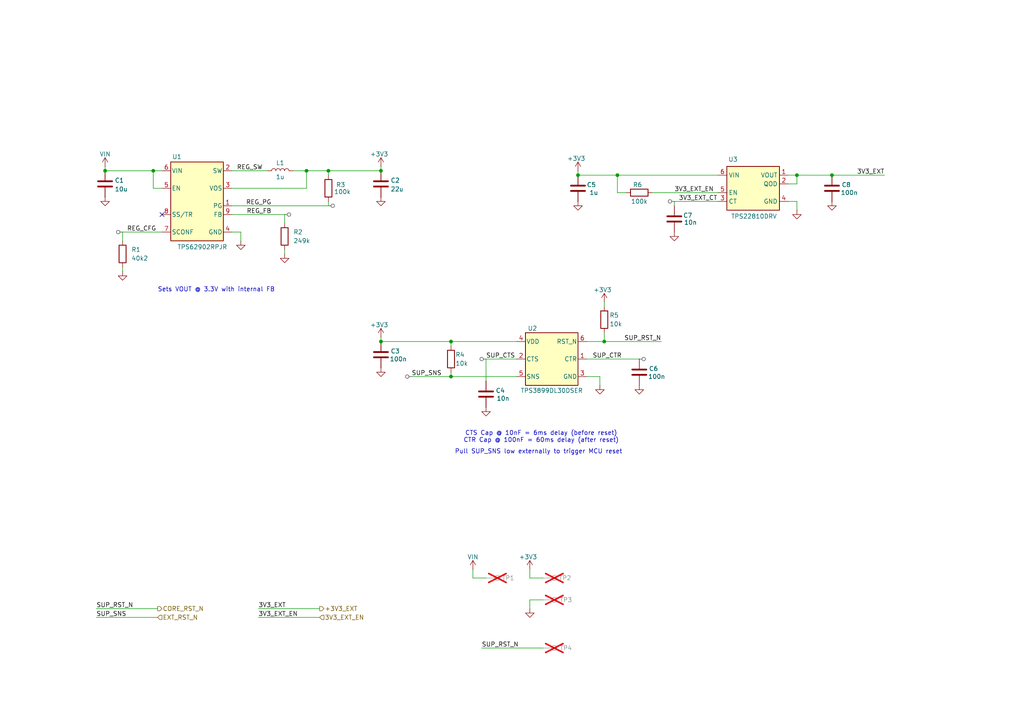
<source format=kicad_sch>
(kicad_sch (version 20250114) (generator "eeschema") (generator_version "9.0")
  (paper "A4")
  (lib_symbols
    (symbol "Device:C" (pin_numbers (hide yes)) (pin_names (offset 0.254))
      (property "Reference" "C" (at 0.635 2.54 0))
      (property "Value" "C" (at 0.635 -2.54 0))
      (symbol "C_0_1"
        (polyline (pts (xy -2.032 0.762) (xy 2.032 0.762)) (stroke (width 0.508)))
        (polyline (pts (xy -2.032 -0.762) (xy 2.032 -0.762)) (stroke (width 0.508)))
      )
      (symbol "C_1_1"
        (pin passive line (at 0 3.81 270) (length 2.794) (name "~") (number "1"))
        (pin passive line (at 0 -3.81 90) (length 2.794) (name "~") (number "2"))
      )
    )
    (symbol "Device:R" (pin_numbers (hide yes)) (pin_names (offset 0))
      (property "Reference" "R" (at 2.032 0 90))
      (property "Value" "R" (at 0 0 90))
      (symbol "R_0_1"
        (rectangle (start -1.016 -2.54) (end 1.016 2.54) (stroke (width 0.254)))
      )
      (symbol "R_1_1"
        (pin passive line (at 0 3.81 270) (length 1.27) (name "~") (number "1"))
        (pin passive line (at 0 -3.81 90) (length 1.27) (name "~") (number "2"))
      )
    )
    (symbol "ModLib:+3V3" (power) (pin_numbers (hide yes)) (pin_names (offset 0) (hide yes))
      (property "Value" "+3V3" (at -0.508 3.556 0))
      (symbol "+3V3_0_1"
        (polyline (pts (xy -0.762 1.27) (xy 0 2.54)))
        (polyline (pts (xy 0 2.54) (xy 0.762 1.27)))
        (polyline (pts (xy 0 0) (xy 0 2.54)))
      )
      (symbol "+3V3_1_1"
        (pin power_in line (at 0 0 90) (length 0) (name "~") (number "1"))
      )
    )
    (symbol "ModLib:GND" (power) (pin_numbers (hide yes)) (pin_names (offset 0) (hide yes))
      (symbol "GND_0_1"
        (polyline (pts (xy 0 0) (xy 0 -1.27) (xy 1.27 -1.27) (xy 0 -2.54) (xy -1.27 -1.27) (xy 0 -1.27)))
      )
      (symbol "GND_1_1"
        (pin power_in line (at 0 0 270) (length 0) (name "~") (number "1"))
      )
    )
    (symbol "ModWorksSymbols:74479276210C" (pin_numbers (hide yes)) (pin_names (offset 1.016) (hide yes))
      (property "Reference" "L" (at -1.27 0 90))
      (property "Value" "1u" (at 1.905 0 90))
      (symbol "74479276210C_0_1"
        (arc (start 0 2.54) (mid 0.6323 1.905) (end 0 1.27))
        (arc (start 0 1.27) (mid 0.6323 0.635) (end 0 0))
        (arc (start 0 0) (mid 0.6323 -0.635) (end 0 -1.27))
        (arc (start 0 -1.27) (mid 0.6323 -1.905) (end 0 -2.54))
      )
      (symbol "74479276210C_1_1"
        (pin passive line (at 0 3.81 270) (length 1.27) (name "1") (number "1"))
        (pin passive line (at 0 -3.81 90) (length 1.27) (name "2") (number "2"))
      )
    )
    (symbol "ModWorksSymbols:TPS22810DRV"
      (property "Reference" "U" (at -6.35 6.35 0))
      (property "Value" "TPS22810DRV" (at -0.254 -9.398 0))
      (symbol "TPS22810DRV_1_1"
        (rectangle (start -7.62 5.08) (end 7.62 -7.62) (stroke (width 0.254)) (fill (type background)))
        (pin power_in line (at -10.16 2.54 0) (length 2.54) (name "VIN") (number "6"))
        (pin input line (at -10.16 -2.54 0) (length 2.54) (name "EN") (number "5"))
        (pin output line (at -10.16 -5.08 0) (length 2.54) (name "CT") (number "3"))
        (pin power_out line (at 10.16 2.54 180) (length 2.54) (name "VOUT") (number "1"))
        (pin open_collector line (at 10.16 0 180) (length 2.54) (name "QOD") (number "2"))
        (pin power_in line (at 10.16 -5.08 180) (length 2.54) (name "GND") (number "4"))
        (pin passive line (at 10.16 -5.08 180) (length 2.54) (hide yes) (name "GND") (number "7"))
      )
    )
    (symbol "ModWorksSymbols:TPS3899DL30DSER" (pin_names (offset 0.254))
      (property "Reference" "U" (at -5.588 10.414 0))
      (property "Value" "TPS3899DL30DSER" (at 0.762 -8.128 0))
      (symbol "TPS3899DL30DSER_0_1"
        (pin power_in line (at -10.16 6.35 0) (length 2.54) (name "VDD") (number "4"))
        (pin unspecified line (at -10.16 1.27 0) (length 2.54) (name "CTS") (number "2"))
        (pin unspecified line (at 10.16 1.27 180) (length 2.54) (name "CTR") (number "1"))
        (pin power_in line (at 10.16 -3.81 180) (length 2.54) (name "GND") (number "3"))
      )
      (symbol "TPS3899DL30DSER_1_1"
        (rectangle (start -7.62 8.89) (end 7.62 -6.35) (stroke (width 0.25)) (fill (type background)))
        (pin unspecified line (at -10.16 -3.81 0) (length 2.54) (name "SNS") (number "5"))
        (pin open_collector line (at 10.16 6.35 180) (length 2.54) (name "RST_N") (number "6"))
      )
    )
    (symbol "ModWorksSymbols:TPS62902RPJR" (pin_names (offset 0.254))
      (property "Reference" "U" (at -6.096 12.954 0))
      (property "Value" "TPS62902RPJR" (at 9.398 -13.97 0))
      (symbol "TPS62902RPJR_0_1"
        (pin input line (at -10.16 8.89 0) (length 2.54) (name "VIN") (number "6"))
        (pin input line (at -10.16 3.81 0) (length 2.54) (name "EN") (number "5"))
        (pin input line (at -10.16 -3.81 0) (length 2.54) (name "SS/TR") (number "8"))
        (pin power_out line (at 10.16 8.89 180) (length 2.54) (name "SW") (number "2"))
        (pin input line (at 10.16 3.81 180) (length 2.54) (name "VOS") (number "3"))
        (pin output line (at 10.16 -1.27 180) (length 2.54) (name "PG") (number "1"))
        (pin power_out line (at 10.16 -8.89 180) (length 2.54) (name "GND") (number "4"))
      )
      (symbol "TPS62902RPJR_1_1"
        (rectangle (start -7.62 11.43) (end 7.62 -11.43) (stroke (width 0.25)) (fill (type background)))
        (pin input line (at -10.16 -8.89 0) (length 2.54) (name "SCONF") (number "7"))
        (pin input line (at 10.16 -3.81 180) (length 2.54) (name "FB") (number "9"))
      )
    )
    (symbol "ModWorksSymbols:TestPointPad" (pin_numbers (hide yes)) (pin_names (offset 0.762) (hide yes))
      (property "Reference" "TP" (at 0 6.858 0))
      (property "Value" "TestPointPad" (at 0 5.08 0))
      (symbol "TestPointPad_0_1"
        (circle (center 0 3.302) (radius 0.762))
      )
      (symbol "TestPointPad_1_1"
        (pin passive line (at 0 0 90) (length 2.54) (name "1") (number "1"))
      )
    )
  )
  (text "Pull SUP_SNS low externally to trigger MCU reset" (at 156.21 131.064 0) (effects (font (size 1.27 1.27))))
  (text "CTR Cap @ 100nF = 60ms delay (after reset)\n" (at 156.972 127.762 0) (effects (font (size 1.27 1.27))))
  (text "CTS Cap @ 10nF = 6ms delay (before reset)\n" (at 156.972 125.73 0) (effects (font (size 1.27 1.27))))
  (text "Sets VOUT @ 3.3V with internal FB" (at 62.738 84.074 0) (effects (font (size 1.27 1.27))))
  (junction (at 44.45 49.53))
  (junction (at 88.9 49.53))
  (junction (at 30.48 49.53))
  (junction (at 110.49 99.06))
  (junction (at 175.26 99.06))
  (junction (at 130.81 99.06))
  (junction (at 179.07 50.8))
  (junction (at 231.14 50.8))
  (junction (at 110.49 49.53))
  (junction (at 241.3 50.8))
  (junction (at 167.64 50.8))
  (junction (at 95.25 49.53))
  (junction (at 130.81 109.22))
  (no_connect (at 46.99 62.23))
  (wire (pts (xy 88.9 49.53) (xy 95.25 49.53)))
  (wire (pts (xy 170.18 109.22) (xy 173.99 109.22)))
  (wire (pts (xy 69.85 67.31) (xy 69.85 69.85)))
  (wire (pts (xy 137.16 165.1) (xy 137.16 167.64)))
  (wire (pts (xy 30.48 48.26) (xy 30.48 49.53)))
  (wire (pts (xy 179.07 50.8) (xy 179.07 55.88)))
  (wire (pts (xy 130.81 99.06) (xy 130.81 100.33)))
  (wire (pts (xy 153.67 167.64) (xy 157.48 167.64)))
  (wire (pts (xy 173.99 109.22) (xy 173.99 111.76)))
  (wire (pts (xy 130.81 109.22) (xy 130.81 107.95)))
  (wire (pts (xy 153.67 165.1) (xy 153.67 167.64)))
  (wire (pts (xy 167.64 50.8) (xy 179.07 50.8)))
  (wire (pts (xy 175.26 99.06) (xy 191.77 99.06)))
  (wire (pts (xy 27.94 176.53) (xy 45.72 176.53)))
  (wire (pts (xy 119.38 109.22) (xy 130.81 109.22)))
  (wire (pts (xy 231.14 50.8) (xy 241.3 50.8)))
  (wire (pts (xy 95.25 59.69) (xy 95.25 58.42)))
  (wire (pts (xy 167.64 49.53) (xy 167.64 50.8)))
  (wire (pts (xy 231.14 50.8) (xy 231.14 53.34)))
  (wire (pts (xy 170.18 104.14) (xy 185.42 104.14)))
  (wire (pts (xy 153.67 173.99) (xy 153.67 176.53)))
  (wire (pts (xy 67.31 59.69) (xy 95.25 59.69)))
  (wire (pts (xy 44.45 49.53) (xy 46.99 49.53)))
  (wire (pts (xy 130.81 109.22) (xy 149.86 109.22)))
  (wire (pts (xy 95.25 49.53) (xy 110.49 49.53)))
  (wire (pts (xy 110.49 97.79) (xy 110.49 99.06)))
  (wire (pts (xy 46.99 54.61) (xy 44.45 54.61)))
  (wire (pts (xy 228.6 58.42) (xy 231.14 58.42)))
  (wire (pts (xy 35.56 78.74) (xy 35.56 77.47)))
  (wire (pts (xy 140.97 110.49) (xy 140.97 104.14)))
  (wire (pts (xy 67.31 54.61) (xy 88.9 54.61)))
  (wire (pts (xy 35.56 67.31) (xy 35.56 69.85)))
  (wire (pts (xy 139.7 187.96) (xy 157.48 187.96)))
  (wire (pts (xy 67.31 67.31) (xy 69.85 67.31)))
  (wire (pts (xy 110.49 99.06) (xy 130.81 99.06)))
  (wire (pts (xy 95.25 49.53) (xy 95.25 50.8)))
  (wire (pts (xy 175.26 87.63) (xy 175.26 88.9)))
  (wire (pts (xy 35.56 67.31) (xy 46.99 67.31)))
  (wire (pts (xy 195.58 59.69) (xy 195.58 58.42)))
  (wire (pts (xy 44.45 49.53) (xy 44.45 54.61)))
  (wire (pts (xy 189.23 55.88) (xy 208.28 55.88)))
  (wire (pts (xy 181.61 55.88) (xy 179.07 55.88)))
  (wire (pts (xy 170.18 99.06) (xy 175.26 99.06)))
  (wire (pts (xy 82.55 64.77) (xy 82.55 62.23)))
  (wire (pts (xy 130.81 99.06) (xy 149.86 99.06)))
  (wire (pts (xy 137.16 167.64) (xy 140.97 167.64)))
  (wire (pts (xy 67.31 62.23) (xy 82.55 62.23)))
  (wire (pts (xy 153.67 173.99) (xy 157.48 173.99)))
  (wire (pts (xy 67.31 49.53) (xy 77.47 49.53)))
  (wire (pts (xy 74.93 176.53) (xy 92.71 176.53)))
  (wire (pts (xy 140.97 104.14) (xy 149.86 104.14)))
  (wire (pts (xy 27.94 179.07) (xy 45.72 179.07)))
  (wire (pts (xy 228.6 53.34) (xy 231.14 53.34)))
  (wire (pts (xy 30.48 49.53) (xy 44.45 49.53)))
  (wire (pts (xy 85.09 49.53) (xy 88.9 49.53)))
  (wire (pts (xy 195.58 58.42) (xy 208.28 58.42)))
  (wire (pts (xy 175.26 96.52) (xy 175.26 99.06)))
  (wire (pts (xy 74.93 179.07) (xy 92.71 179.07)))
  (wire (pts (xy 110.49 48.26) (xy 110.49 49.53)))
  (wire (pts (xy 88.9 54.61) (xy 88.9 49.53)))
  (wire (pts (xy 179.07 50.8) (xy 208.28 50.8)))
  (wire (pts (xy 241.3 50.8) (xy 256.54 50.8)))
  (wire (pts (xy 82.55 73.66) (xy 82.55 72.39)))
  (wire (pts (xy 228.6 50.8) (xy 231.14 50.8)))
  (wire (pts (xy 231.14 60.96) (xy 231.14 58.42)))
  (label "3V3_EXT" (at 74.93 176.53 0))
  (label "3V3_EXT" (at 256.54 50.8 180))
  (label "REG_CFG" (at 36.83 67.31 0))
  (label "SUP_SNS" (at 27.94 179.07 0))
  (label "SUP_CTR" (at 180.34 104.14 180))
  (label "SUP_RST_N" (at 139.7 187.96 0))
  (label "SUP_SNS" (at 119.38 109.22 0))
  (label "REG_PG" (at 78.74 59.69 180))
  (label "REG_SW" (at 76.2 49.53 180))
  (label "3V3_EXT_EN" (at 195.58 55.88 0))
  (label "SUP_RST_N" (at 191.77 99.06 180))
  (label "REG_FB" (at 78.74 62.23 180))
  (label "SUP_RST_N" (at 27.94 176.53 0))
  (label "SUP_CTS" (at 140.97 104.14 0))
  (label "3V3_EXT_CT" (at 196.85 58.42 0))
  (label "3V3_EXT_EN" (at 74.93 179.07 0))
  (hierarchical_label "EXT_RST_N" (shape input) (at 45.72 179.07 0))
  (hierarchical_label "CORE_RST_N" (shape output) (at 45.72 176.53 0))
  (hierarchical_label "+3V3_EXT" (shape output) (at 92.71 176.53 0))
  (hierarchical_label "3V3_EXT_EN" (shape input) (at 92.71 179.07 0))
  (netclass_flag "" (length 1.27) (shape round) (at 185.42 104.14 270) (property "Netclass" "Control" (effects (hide yes))))
  (netclass_flag "" (length 1.27) (shape round) (at 95.25 59.69 270) (property "Netclass" "Control" (effects (hide yes))))
  (netclass_flag "" (length 1.27) (shape round) (at 195.58 58.42 90) (property "Netclass" "Control" (effects (hide yes))))
  (netclass_flag "" (length 1.27) (shape round) (at 82.55 62.23 270) (property "Netclass" "Control" (effects (hide yes))))
  (netclass_flag "" (length 1.27) (shape round) (at 140.97 104.14 90) (property "Netclass" "Control" (effects (hide yes))))
  (netclass_flag "" (length 1.27) (shape round) (at 119.38 109.22 90) (property "Netclass" "Control" (effects (hide yes))))
  (netclass_flag "" (length 1.27) (shape round) (at 35.56 67.31 90) (property "Netclass" "Control" (effects (hide yes))))
  (symbol (lib_id "ModLib:GND") (at 185.42 111.76 0) (unit 1)
    (property "Reference" "#PWR018" (effects (hide yes)))
    (property "Value" "GND" (effects (hide yes)))
    (property "Description" "Power symbol creates a global label with name \"GND\" , ground" (effects (hide yes)))
  )
  (symbol (lib_id "ModLib:GND") (at 153.67 176.53 0) (unit 1)
    (property "Reference" "#PWR013" (effects (hide yes)))
    (property "Value" "GND" (effects (hide yes)))
    (property "Description" "Power symbol creates a global label with name \"GND\" , ground" (effects (hide yes)))
  )
  (symbol (lib_id "ModLib:GND") (at 110.49 57.15 0) (unit 1)
    (property "Reference" "#PWR07" (effects (hide yes)))
    (property "Value" "GND" (effects (hide yes)))
    (property "Description" "Power symbol creates a global label with name \"GND\" , ground" (effects (hide yes)))
  )
  (symbol (lib_id "Device:C") (at 185.42 107.95 0) (unit 1)
    (property "Reference" "C6" (at 188.214 106.934 0) (effects (justify left)))
    (property "Value" "100n" (at 187.96 109.22 0) (effects (justify left)))
    (property "Footprint" "ModWorksFootprints:C_0402_100n_MW" (effects (hide yes)))
    (property "Description" "Unpolarized capacitor" (effects (hide yes)))
  )
  (symbol (lib_id "ModWorksSymbols:TestPointPad") (at 140.97 167.64 270) (unit 1) (in_bom no) (dnp yes)
    (property "Reference" "TP1" (at 145.542 167.64 90) (effects (justify left)))
    (property "Value" "TestPointPad" (effects (hide yes)))
    (property "Footprint" "ModWorksFootprints:TestPoint_Pad_D0.6mm_MW" (effects (hide yes)))
    (property "Description" "test point" (effects (hide yes)))
  )
  (symbol (lib_id "ModLib:GND") (at 195.58 67.31 0) (unit 1)
    (property "Reference" "#PWR019" (effects (hide yes)))
    (property "Value" "GND" (effects (hide yes)))
    (property "Description" "Power symbol creates a global label with name \"GND\" , ground" (effects (hide yes)))
  )
  (symbol (lib_id "Device:C") (at 140.97 114.3 0) (unit 1)
    (property "Reference" "C4" (at 143.764 113.284 0) (effects (justify left)))
    (property "Value" "10n" (at 144.018 115.57 0) (effects (justify left)))
    (property "Footprint" "ModWorksFootprints:C_0402_10n_MW" (effects (hide yes)))
    (property "Description" "Unpolarized capacitor" (effects (hide yes)))
  )
  (symbol (lib_id "ModLib:GND") (at 241.3 58.42 0) (unit 1)
    (property "Reference" "#PWR021" (effects (hide yes)))
    (property "Value" "GND" (effects (hide yes)))
    (property "Description" "Power symbol creates a global label with name \"GND\" , ground" (effects (hide yes)))
  )
  (symbol (lib_id "ModLib:GND") (at 173.99 111.76 0) (unit 1)
    (property "Reference" "#PWR016" (effects (hide yes)))
    (property "Value" "GND" (effects (hide yes)))
    (property "Description" "Power symbol creates a global label with name \"GND\" , ground" (effects (hide yes)))
  )
  (symbol (lib_id "Device:R") (at 82.55 68.58 0) (unit 1)
    (property "Reference" "R2" (at 85.09 67.3099 0) (effects (justify left)))
    (property "Value" "249k" (at 85.09 69.8499 0) (effects (justify left)))
    (property "Footprint" "ModWorksFootprints:R_0402_1005Metric_MW" (effects (hide yes)))
    (property "Description" "Resistor" (effects (hide yes)))
  )
  (symbol (lib_id "ModLib:GND") (at 69.85 69.85 0) (unit 1)
    (property "Reference" "#PWR04" (effects (hide yes)))
    (property "Value" "GND" (effects (hide yes)))
    (property "Description" "Power symbol creates a global label with name \"GND\" , ground" (effects (hide yes)))
  )
  (symbol (lib_id "ModLib:+3V3") (at 110.49 48.26 0) (unit 1)
    (property "Reference" "#PWR06" (effects (hide yes)))
    (property "Value" "+3V3" (at 109.982 44.704 0))
    (property "Description" "Power symbol creates a global label with name \"+3V3\"" (effects (hide yes)))
  )
  (symbol (lib_id "ModLib:GND") (at 167.64 58.42 0) (unit 1)
    (property "Reference" "#PWR015" (effects (hide yes)))
    (property "Value" "GND" (effects (hide yes)))
    (property "Description" "Power symbol creates a global label with name \"GND\" , ground" (effects (hide yes)))
  )
  (symbol (lib_id "ModLib:GND") (at 110.49 106.68 0) (unit 1)
    (property "Reference" "#PWR09" (effects (hide yes)))
    (property "Value" "GND" (effects (hide yes)))
    (property "Description" "Power symbol creates a global label with name \"GND\" , ground" (effects (hide yes)))
  )
  (symbol (lib_id "Device:C") (at 241.3 54.61 0) (unit 1)
    (property "Reference" "C8" (at 244.094 53.594 0) (effects (justify left)))
    (property "Value" "100n" (at 243.84 55.88 0) (effects (justify left)))
    (property "Footprint" "ModWorksFootprints:C_0402_100n_MW" (effects (hide yes)))
    (property "Description" "Unpolarized capacitor" (effects (hide yes)))
  )
  (symbol (lib_id "Device:R") (at 95.25 54.61 180) (unit 1)
    (property "Reference" "R3" (at 98.806 53.594 0))
    (property "Value" "100k" (at 99.314 55.626 0))
    (property "Footprint" "ModWorksFootprints:R_0402_1005Metric_MW" (effects (hide yes)))
    (property "Description" "Resistor" (effects (hide yes)))
  )
  (symbol (lib_id "ModLib:+3V3") (at 137.16 165.1 0) (unit 1)
    (property "Reference" "#PWR010" (effects (hide yes)))
    (property "Value" "VIN" (at 137.16 161.544 0))
    (property "Description" "Power symbol creates a global label with name \"+3V3\"" (effects (hide yes)))
  )
  (symbol (lib_id "ModWorksSymbols:TPS3899DL30DSER") (at 160.02 105.41 0) (unit 1)
    (property "Reference" "U2" (at 154.432 95.25 0))
    (property "Value" "TPS3899DL30DSER" (at 160.02 113.284 0))
    (property "Footprint" "ModWorksFootprints:TPS3899DL30DSER" (effects (hide yes)))
    (property "Datasheet" "https://www.ti.com/lit/gpn/tps3899" (effects (hide yes)))
  )
  (symbol (lib_id "Device:R") (at 35.56 73.66 0) (unit 1)
    (property "Reference" "R1" (at 38.1 72.3899 0) (effects (justify left)))
    (property "Value" "40k2" (at 38.1 74.9299 0) (effects (justify left)))
    (property "Footprint" "ModWorksFootprints:R_0402_1005Metric_MW" (effects (hide yes)))
    (property "Description" "Resistor" (effects (hide yes)))
  )
  (symbol (lib_id "Device:C") (at 110.49 102.87 0) (unit 1)
    (property "Reference" "C3" (at 113.284 101.854 0) (effects (justify left)))
    (property "Value" "100n" (at 113.03 104.14 0) (effects (justify left)))
    (property "Footprint" "ModWorksFootprints:C_0402_100n_MW" (effects (hide yes)))
    (property "Description" "Unpolarized capacitor" (effects (hide yes)))
  )
  (symbol (lib_id "ModLib:+3V3") (at 167.64 49.53 0) (unit 1)
    (property "Reference" "#PWR014" (effects (hide yes)))
    (property "Value" "+3V3" (at 167.132 45.974 0))
    (property "Description" "Power symbol creates a global label with name \"+3V3\"" (effects (hide yes)))
  )
  (symbol (lib_id "Device:C") (at 110.49 53.34 0) (unit 1)
    (property "Reference" "C2" (at 113.284 52.324 0) (effects (justify left)))
    (property "Value" "22u" (at 113.284 54.864 0) (effects (justify left)))
    (property "Footprint" "ModWorksFootprints:C_0805_2012Metric_MW" (effects (hide yes)))
    (property "Description" "Unpolarized capacitor" (effects (hide yes)))
  )
  (symbol (lib_id "ModWorksSymbols:TestPointPad") (at 157.48 173.99 270) (unit 1) (in_bom no) (dnp yes)
    (property "Reference" "TP3" (at 162.306 173.99 90) (effects (justify left)))
    (property "Value" "TestPointPad" (effects (hide yes)))
    (property "Footprint" "ModWorksFootprints:TestPoint_Pad_D0.8mm_MW" (effects (hide yes)))
    (property "Description" "test point" (effects (hide yes)))
  )
  (symbol (lib_id "ModWorksSymbols:TestPointPad") (at 157.48 187.96 270) (unit 1) (in_bom no) (dnp yes)
    (property "Reference" "TP4" (at 162.306 187.96 90) (effects (justify left)))
    (property "Value" "TestPointPad" (effects (hide yes)))
    (property "Footprint" "ModWorksFootprints:TestPoint_Pad_D0.8mm_MW" (effects (hide yes)))
    (property "Description" "test point" (effects (hide yes)))
  )
  (symbol (lib_id "ModLib:GND") (at 231.14 60.96 0) (unit 1)
    (property "Reference" "#PWR020" (effects (hide yes)))
    (property "Value" "GND" (effects (hide yes)))
    (property "Description" "Power symbol creates a global label with name \"GND\" , ground" (effects (hide yes)))
  )
  (symbol (lib_id "ModLib:+3V3") (at 110.49 97.79 0) (unit 1)
    (property "Reference" "#PWR08" (effects (hide yes)))
    (property "Value" "+3V3" (at 109.982 94.234 0))
    (property "Description" "Power symbol creates a global label with name \"+3V3\"" (effects (hide yes)))
  )
  (symbol (lib_id "ModLib:+3V3") (at 175.26 87.63 0) (unit 1)
    (property "Reference" "#PWR017" (effects (hide yes)))
    (property "Value" "+3V3" (at 174.752 84.074 0))
    (property "Description" "Power symbol creates a global label with name \"+3V3\"" (effects (hide yes)))
  )
  (symbol (lib_id "ModWorksSymbols:TestPointPad") (at 157.48 167.64 270) (unit 1) (in_bom no) (dnp yes)
    (property "Reference" "TP2" (at 162.052 167.64 90) (effects (justify left)))
    (property "Value" "TestPointPad" (effects (hide yes)))
    (property "Footprint" "ModWorksFootprints:TestPoint_Pad_D0.8mm_MW" (effects (hide yes)))
    (property "Description" "test point" (effects (hide yes)))
  )
  (symbol (lib_id "Device:R") (at 185.42 55.88 90) (unit 1)
    (property "Reference" "R6" (at 184.912 53.594 90))
    (property "Value" "100k" (at 185.42 58.42 90))
    (property "Footprint" "ModWorksFootprints:R_0402_1005Metric_MW" (effects (hide yes)))
    (property "Description" "Resistor" (effects (hide yes)))
  )
  (symbol (lib_id "Device:C") (at 195.58 63.5 0) (unit 1)
    (property "Reference" "C7" (at 198.12 62.484 0) (effects (justify left)))
    (property "Value" "10n" (at 198.374 64.516 0) (effects (justify left)))
    (property "Footprint" "ModWorksFootprints:C_0402_10n_MW" (effects (hide yes)))
    (property "Description" "Unpolarized capacitor" (effects (hide yes)))
  )
  (symbol (lib_id "ModWorksSymbols:TPS22810DRV") (at 218.44 53.34 0) (unit 1)
    (property "Reference" "U3" (at 212.598 46.228 0))
    (property "Value" "TPS22810DRV" (at 218.694 62.738 0))
    (property "Footprint" "ModWorksFootprints:WSON-6-1EP_2x2mm_P0.65mm_EP1x1.6mm_MW" (effects (hide yes)))
    (property "Datasheet" "http://www.ti.com/lit/ds/symlink/tps22810.pdf" (effects (hide yes)))
    (property "Description" "2.7-18V, 79mohms On-Resistance Load Switch With Thermal Protection, WSON-6" (effects (hide yes)))
  )
  (symbol (lib_id "ModWorksSymbols:TPS62902RPJR") (at 57.15 58.42 0) (unit 1)
    (property "Reference" "U1" (at 51.308 45.466 0))
    (property "Value" "TPS62902RPJR" (at 58.674 71.628 0))
    (property "Footprint" "ModWorksFootprints:TPS62902RPJR" (effects (hide yes)))
    (property "Datasheet" "https://www.ti.com/lit/ds/symlink/tps62902.pdf?ts=1618306503601&ref_url=https%253A%252F%252Fwww.ti.com%252Fstore%252Fti%252Fen%252Fp%252Fproduct%252F%253Fp%253DTPS62902RPJR%2526keyMatch%253DTPS62902RPJR%2526tisearch%253Dsearch-everything%2526usecase%253DOPN" (effects (hide yes)))
    (property "Description" "Buck Switching Regulator IC Positive Adjustable 0.4V 1 Output 2A 9-VFQFN" (effects (hide yes)))
  )
  (symbol (lib_id "Device:C") (at 30.48 53.34 0) (unit 1)
    (property "Reference" "C1" (at 33.274 52.324 0) (effects (justify left)))
    (property "Value" "10u" (at 33.274 54.864 0) (effects (justify left)))
    (property "Footprint" "ModWorksFootprints:C_0805_2012Metric_MW" (effects (hide yes)))
    (property "Description" "Unpolarized capacitor" (effects (hide yes)))
  )
  (symbol (lib_id "ModLib:GND") (at 82.55 73.66 0) (unit 1)
    (property "Reference" "#PWR05" (effects (hide yes)))
    (property "Value" "GND" (effects (hide yes)))
    (property "Description" "Power symbol creates a global label with name \"GND\" , ground" (effects (hide yes)))
  )
  (symbol (lib_id "Device:C") (at 167.64 54.61 0) (unit 1)
    (property "Reference" "C5" (at 170.18 53.594 0) (effects (justify left)))
    (property "Value" "1u" (at 170.942 55.88 0) (effects (justify left)))
    (property "Footprint" "ModWorksFootprints:C_0402_1u_MW" (effects (hide yes)))
    (property "Description" "Unpolarized capacitor" (effects (hide yes)))
  )
  (symbol (lib_id "ModWorksSymbols:74479276210C") (at 81.28 49.53 90) (unit 1)
    (property "Reference" "L1" (at 81.28 47.244 90))
    (property "Value" "1u" (at 81.28 51.308 90))
    (property "Footprint" "ModWorksFootprints:74479276210C" (effects (hide yes)))
    (property "Datasheet" "https://www.we-online.com/catalog/datasheet/74479276210C.pdf" (effects (hide yes)))
    (property "Description" "1 µH Shielded Molded Inductor 2.1 A 65mOhm Max 0805 (2012 Metric)" (effects (hide yes)))
    (property "MPN" "74479276210C" (effects (hide yes)))
  )
  (symbol (lib_id "ModLib:+3V3") (at 153.67 165.1 0) (unit 1)
    (property "Reference" "#PWR012" (effects (hide yes)))
    (property "Value" "+3V3" (at 153.162 161.544 0))
    (property "Description" "Power symbol creates a global label with name \"+3V3\"" (effects (hide yes)))
  )
  (symbol (lib_id "ModLib:GND") (at 30.48 57.15 0) (unit 1)
    (property "Reference" "#PWR02" (effects (hide yes)))
    (property "Value" "GND" (effects (hide yes)))
    (property "Description" "Power symbol creates a global label with name \"GND\" , ground" (effects (hide yes)))
  )
  (symbol (lib_id "ModLib:GND") (at 140.97 118.11 0) (unit 1)
    (property "Reference" "#PWR011" (effects (hide yes)))
    (property "Value" "GND" (effects (hide yes)))
    (property "Description" "Power symbol creates a global label with name \"GND\" , ground" (effects (hide yes)))
  )
  (symbol (lib_id "Device:R") (at 130.81 104.14 0) (unit 1)
    (property "Reference" "R4" (at 132.08 102.87 0) (effects (justify left)))
    (property "Value" "10k" (at 132.08 105.41 0) (effects (justify left)))
    (property "Footprint" "ModWorksFootprints:R_0402_1005Metric_MW" (effects (hide yes)))
    (property "Description" "Resistor" (effects (hide yes)))
  )
  (symbol (lib_id "ModLib:+3V3") (at 30.48 48.26 0) (unit 1)
    (property "Reference" "#PWR01" (effects (hide yes)))
    (property "Value" "VIN" (at 30.48 44.704 0))
    (property "Description" "Power symbol creates a global label with name \"+3V3\"" (effects (hide yes)))
  )
  (symbol (lib_id "ModLib:GND") (at 35.56 78.74 0) (unit 1)
    (property "Reference" "#PWR03" (effects (hide yes)))
    (property "Value" "GND" (effects (hide yes)))
    (property "Description" "Power symbol creates a global label with name \"GND\" , ground" (effects (hide yes)))
  )
  (symbol (lib_id "Device:R") (at 175.26 92.71 0) (unit 1)
    (property "Reference" "R5" (at 176.784 91.44 0) (effects (justify left)))
    (property "Value" "10k" (at 176.784 93.98 0) (effects (justify left)))
    (property "Footprint" "ModWorksFootprints:R_0402_1005Metric_MW" (effects (hide yes)))
    (property "Description" "Resistor" (effects (hide yes)))
  )
)
</source>
